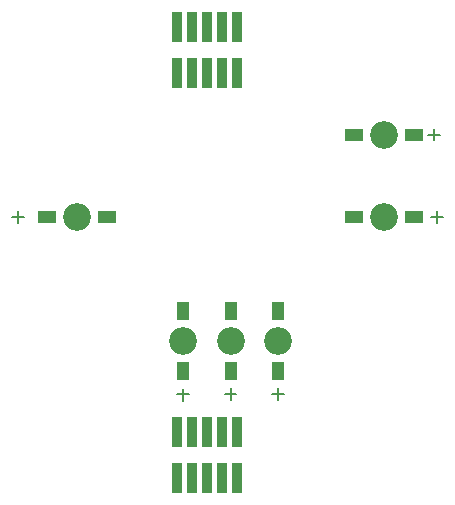
<source format=gbs>
G04*
G04 #@! TF.GenerationSoftware,Altium Limited,Altium Designer,20.1.8 (145)*
G04*
G04 Layer_Color=16711935*
%FSTAX43Y43*%
%MOMM*%
G71*
G04*
G04 #@! TF.SameCoordinates,3F849034-A6BE-41B6-9089-3A01D41A6D06*
G04*
G04*
G04 #@! TF.FilePolarity,Negative*
G04*
G01*
G75*
%ADD14C,2.350*%
%ADD21C,0.200*%
%ADD22R,1.100X1.600*%
%ADD23R,1.600X1.100*%
%ADD24R,0.850X2.500*%
D14*
X0074Y00455D02*
D03*
X0061Y0056D02*
D03*
X007Y00455D02*
D03*
X0078D02*
D03*
X0086975Y0063D02*
D03*
X0087Y0056D02*
D03*
D21*
X0074Y00405D02*
Y00415D01*
X0078Y00405D02*
Y00415D01*
X00695Y0041D02*
X00705D01*
X00735Y0041025D02*
X00745D01*
X00775D02*
X00785D01*
X007Y0040475D02*
Y0041475D01*
X0091Y0056D02*
X0092D01*
X00915Y00555D02*
Y00565D01*
X009075Y0063D02*
X009175D01*
X009125Y00625D02*
Y00635D01*
X0056Y00555D02*
Y00565D01*
X00555Y0056D02*
X00565D01*
D22*
X0074Y0048025D02*
D03*
Y0042975D02*
D03*
X007Y0048025D02*
D03*
Y0042975D02*
D03*
X0078Y0048025D02*
D03*
Y0042975D02*
D03*
D23*
X0063525Y0056D02*
D03*
X0058475D02*
D03*
X008445Y0063D02*
D03*
X00895D02*
D03*
X0084475Y0056D02*
D03*
X0089525D02*
D03*
D24*
X0069495Y00378D02*
D03*
Y00339D02*
D03*
X0070765Y00378D02*
D03*
Y00339D02*
D03*
X0072035Y00378D02*
D03*
Y00339D02*
D03*
X0073305Y00378D02*
D03*
Y00339D02*
D03*
X0074575Y00378D02*
D03*
Y00339D02*
D03*
X0069495Y00721D02*
D03*
Y00682D02*
D03*
X0070765Y00721D02*
D03*
Y00682D02*
D03*
X0072035Y00721D02*
D03*
Y00682D02*
D03*
X0073305Y00721D02*
D03*
Y00682D02*
D03*
X0074575Y00721D02*
D03*
Y00682D02*
D03*
M02*

</source>
